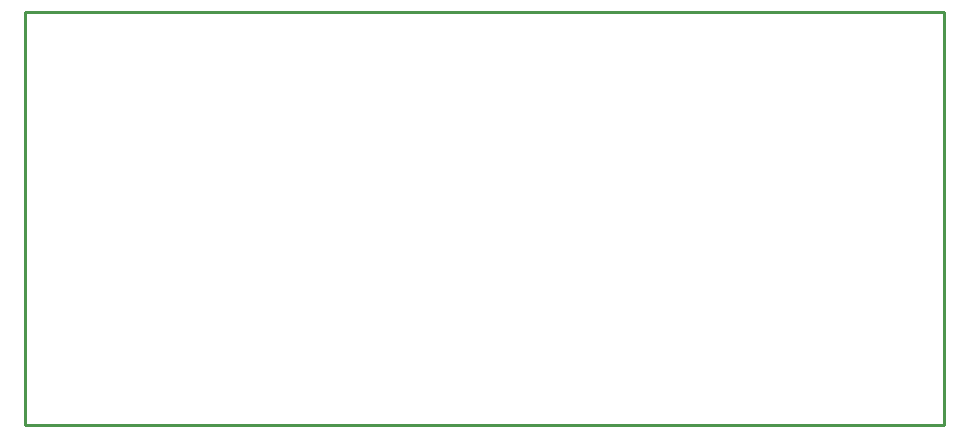
<source format=gm1>
G04 Layer_Color=16711935*
%FSLAX43Y43*%
%MOMM*%
G71*
G01*
G75*
%ADD36C,0.254*%
D36*
X45669Y79070D02*
X123546D01*
Y44094D02*
Y79070D01*
X45669Y44094D02*
X123546D01*
X45669D02*
Y79070D01*
M02*

</source>
